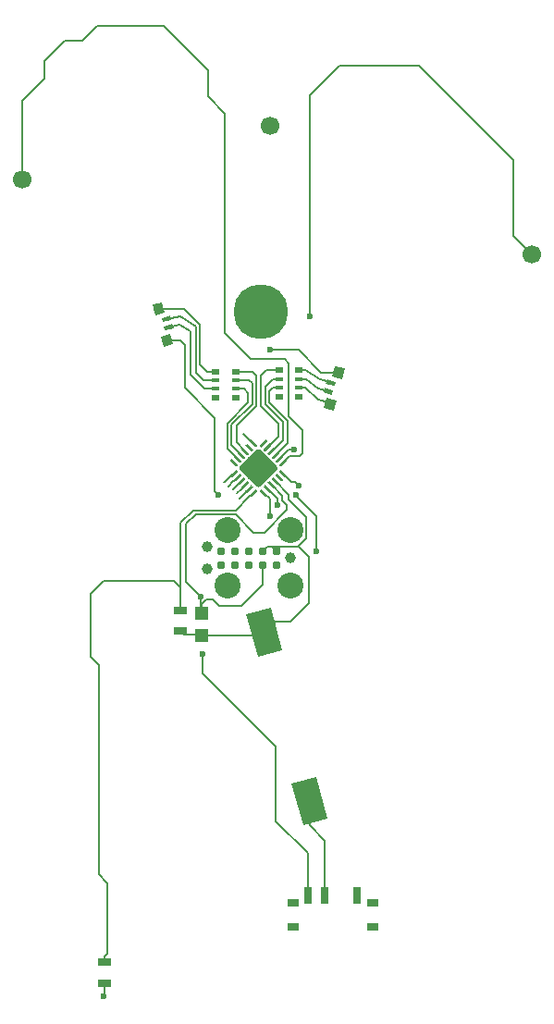
<source format=gbl>
G04 #@! TF.GenerationSoftware,KiCad,Pcbnew,5.1.4-e60b266~84~ubuntu19.04.1*
G04 #@! TF.CreationDate,2019-08-17T12:08:49-07:00*
G04 #@! TF.ProjectId,trevor2,74726576-6f72-4322-9e6b-696361645f70,rev?*
G04 #@! TF.SameCoordinates,Original*
G04 #@! TF.FileFunction,Copper,L2,Bot*
G04 #@! TF.FilePolarity,Positive*
%FSLAX46Y46*%
G04 Gerber Fmt 4.6, Leading zero omitted, Abs format (unit mm)*
G04 Created by KiCad (PCBNEW 5.1.4-e60b266~84~ubuntu19.04.1) date 2019-08-17 12:08:49*
%MOMM*%
%LPD*%
G04 APERTURE LIST*
%ADD10R,0.800000X0.500000*%
%ADD11R,0.800000X0.400000*%
%ADD12R,1.300000X0.700000*%
%ADD13C,0.400000*%
%ADD14C,0.100000*%
%ADD15C,0.900000*%
%ADD16R,1.200000X1.200000*%
%ADD17C,1.700000*%
%ADD18C,2.300000*%
%ADD19C,0.990600*%
%ADD20C,2.375000*%
%ADD21C,0.787400*%
%ADD22C,5.000000*%
%ADD23R,1.000000X0.800000*%
%ADD24R,0.700000X1.500000*%
%ADD25C,0.250000*%
%ADD26C,2.600000*%
%ADD27C,0.600000*%
%ADD28C,0.180000*%
G04 APERTURE END LIST*
D10*
X144750000Y-85000000D03*
D11*
X144750000Y-84200000D03*
D10*
X144750000Y-82600000D03*
D11*
X144750000Y-83400000D03*
D10*
X146550000Y-85000000D03*
D11*
X146550000Y-83400000D03*
X146550000Y-84200000D03*
D10*
X146550000Y-82600000D03*
X152350000Y-82500000D03*
D11*
X152350000Y-83300000D03*
D10*
X152350000Y-84900000D03*
D11*
X152350000Y-84100000D03*
D10*
X150550000Y-82500000D03*
D11*
X150550000Y-84100000D03*
X150550000Y-83300000D03*
D10*
X150550000Y-84900000D03*
D12*
X141500000Y-106349999D03*
X141500000Y-104450001D03*
D13*
X140438194Y-78569902D03*
D14*
G36*
X140000060Y-78480244D02*
G01*
X140772801Y-78273189D01*
X140876328Y-78659560D01*
X140103587Y-78866615D01*
X140000060Y-78480244D01*
X140000060Y-78480244D01*
G37*
D13*
X140231139Y-77797161D03*
D14*
G36*
X139793005Y-77707503D02*
G01*
X140565746Y-77500448D01*
X140669273Y-77886819D01*
X139896532Y-78093874D01*
X139793005Y-77707503D01*
X139793005Y-77707503D01*
G37*
D15*
X140288229Y-79748889D03*
D14*
G36*
X139724153Y-79382395D02*
G01*
X140593486Y-79149458D01*
X140852305Y-80115383D01*
X139982972Y-80348320D01*
X139724153Y-79382395D01*
X139724153Y-79382395D01*
G37*
D15*
X139511771Y-76851111D03*
D14*
G36*
X138947695Y-76484617D02*
G01*
X139817028Y-76251680D01*
X140075847Y-77217605D01*
X139206514Y-77450542D01*
X138947695Y-76484617D01*
X138947695Y-76484617D01*
G37*
D13*
X155268861Y-83647161D03*
D14*
G36*
X155603468Y-83943874D02*
G01*
X154830727Y-83736819D01*
X154934254Y-83350448D01*
X155706995Y-83557503D01*
X155603468Y-83943874D01*
X155603468Y-83943874D01*
G37*
D13*
X155061806Y-84419902D03*
D14*
G36*
X155396413Y-84716615D02*
G01*
X154623672Y-84509560D01*
X154727199Y-84123189D01*
X155499940Y-84330244D01*
X155396413Y-84716615D01*
X155396413Y-84716615D01*
G37*
D15*
X155988229Y-82701111D03*
D14*
G36*
X156293486Y-83300542D02*
G01*
X155424153Y-83067605D01*
X155682972Y-82101680D01*
X156552305Y-82334617D01*
X156293486Y-83300542D01*
X156293486Y-83300542D01*
G37*
D15*
X155211771Y-85598889D03*
D14*
G36*
X155517028Y-86198320D02*
G01*
X154647695Y-85965383D01*
X154906514Y-84999458D01*
X155775847Y-85232395D01*
X155517028Y-86198320D01*
X155517028Y-86198320D01*
G37*
D16*
X143450000Y-104700000D03*
X143450000Y-106800000D03*
D17*
X149750000Y-60100000D03*
X127050000Y-65000000D03*
X173650000Y-71900000D03*
D18*
X153320552Y-121927407D03*
D14*
G36*
X151692099Y-120293197D02*
G01*
X153913729Y-119697913D01*
X154949005Y-123561617D01*
X152727375Y-124156901D01*
X151692099Y-120293197D01*
X151692099Y-120293197D01*
G37*
D18*
X149179448Y-106472593D03*
D14*
G36*
X147550995Y-104838383D02*
G01*
X149772625Y-104243099D01*
X150807901Y-108106803D01*
X148586271Y-108702087D01*
X147550995Y-104838383D01*
X147550995Y-104838383D01*
G37*
D19*
X143940000Y-100716000D03*
X143940000Y-98684000D03*
X151560000Y-99700000D03*
D20*
X145845000Y-97160000D03*
X145845000Y-102240000D03*
X151560000Y-102240000D03*
X151560000Y-97160000D03*
D21*
X150290000Y-99065000D03*
X149020000Y-99065000D03*
X147750000Y-99065000D03*
X146480000Y-99065000D03*
X145210000Y-99065000D03*
X145210000Y-100335000D03*
X146480000Y-100335000D03*
X147750000Y-100335000D03*
X149020000Y-100335000D03*
X150290000Y-100335000D03*
D22*
X148850000Y-77150000D03*
D23*
X159100000Y-131225000D03*
X151800000Y-131225000D03*
X151800000Y-133425000D03*
X159100000Y-133425000D03*
D24*
X153200000Y-130575000D03*
X154700000Y-130575000D03*
X157700000Y-130575000D03*
D12*
X134550000Y-136700001D03*
X134550000Y-138599999D03*
D14*
G36*
X151113322Y-90609983D02*
G01*
X151119389Y-90610883D01*
X151125339Y-90612373D01*
X151131114Y-90614440D01*
X151136658Y-90617062D01*
X151141919Y-90620215D01*
X151146846Y-90623869D01*
X151151390Y-90627988D01*
X151239779Y-90716377D01*
X151243898Y-90720921D01*
X151247552Y-90725848D01*
X151250705Y-90731109D01*
X151253327Y-90736653D01*
X151255394Y-90742428D01*
X151256884Y-90748378D01*
X151257784Y-90754445D01*
X151258085Y-90760571D01*
X151257784Y-90766697D01*
X151256884Y-90772764D01*
X151255394Y-90778714D01*
X151253327Y-90784489D01*
X151250705Y-90790033D01*
X151247552Y-90795294D01*
X151243898Y-90800221D01*
X151239779Y-90804765D01*
X150744804Y-91299740D01*
X150740260Y-91303859D01*
X150735333Y-91307513D01*
X150730072Y-91310666D01*
X150724528Y-91313288D01*
X150718753Y-91315355D01*
X150712803Y-91316845D01*
X150706736Y-91317745D01*
X150700610Y-91318046D01*
X150694484Y-91317745D01*
X150688417Y-91316845D01*
X150682467Y-91315355D01*
X150676692Y-91313288D01*
X150671148Y-91310666D01*
X150665887Y-91307513D01*
X150660960Y-91303859D01*
X150656416Y-91299740D01*
X150568027Y-91211351D01*
X150563908Y-91206807D01*
X150560254Y-91201880D01*
X150557101Y-91196619D01*
X150554479Y-91191075D01*
X150552412Y-91185300D01*
X150550922Y-91179350D01*
X150550022Y-91173283D01*
X150549721Y-91167157D01*
X150550022Y-91161031D01*
X150550922Y-91154964D01*
X150552412Y-91149014D01*
X150554479Y-91143239D01*
X150557101Y-91137695D01*
X150560254Y-91132434D01*
X150563908Y-91127507D01*
X150568027Y-91122963D01*
X151063002Y-90627988D01*
X151067546Y-90623869D01*
X151072473Y-90620215D01*
X151077734Y-90617062D01*
X151083278Y-90614440D01*
X151089053Y-90612373D01*
X151095003Y-90610883D01*
X151101070Y-90609983D01*
X151107196Y-90609682D01*
X151113322Y-90609983D01*
X151113322Y-90609983D01*
G37*
D25*
X150903903Y-90963864D03*
D14*
G36*
X150759768Y-90256430D02*
G01*
X150765835Y-90257330D01*
X150771785Y-90258820D01*
X150777560Y-90260887D01*
X150783104Y-90263509D01*
X150788365Y-90266662D01*
X150793292Y-90270316D01*
X150797836Y-90274435D01*
X150886225Y-90362824D01*
X150890344Y-90367368D01*
X150893998Y-90372295D01*
X150897151Y-90377556D01*
X150899773Y-90383100D01*
X150901840Y-90388875D01*
X150903330Y-90394825D01*
X150904230Y-90400892D01*
X150904531Y-90407018D01*
X150904230Y-90413144D01*
X150903330Y-90419211D01*
X150901840Y-90425161D01*
X150899773Y-90430936D01*
X150897151Y-90436480D01*
X150893998Y-90441741D01*
X150890344Y-90446668D01*
X150886225Y-90451212D01*
X150391250Y-90946187D01*
X150386706Y-90950306D01*
X150381779Y-90953960D01*
X150376518Y-90957113D01*
X150370974Y-90959735D01*
X150365199Y-90961802D01*
X150359249Y-90963292D01*
X150353182Y-90964192D01*
X150347056Y-90964493D01*
X150340930Y-90964192D01*
X150334863Y-90963292D01*
X150328913Y-90961802D01*
X150323138Y-90959735D01*
X150317594Y-90957113D01*
X150312333Y-90953960D01*
X150307406Y-90950306D01*
X150302862Y-90946187D01*
X150214473Y-90857798D01*
X150210354Y-90853254D01*
X150206700Y-90848327D01*
X150203547Y-90843066D01*
X150200925Y-90837522D01*
X150198858Y-90831747D01*
X150197368Y-90825797D01*
X150196468Y-90819730D01*
X150196167Y-90813604D01*
X150196468Y-90807478D01*
X150197368Y-90801411D01*
X150198858Y-90795461D01*
X150200925Y-90789686D01*
X150203547Y-90784142D01*
X150206700Y-90778881D01*
X150210354Y-90773954D01*
X150214473Y-90769410D01*
X150709448Y-90274435D01*
X150713992Y-90270316D01*
X150718919Y-90266662D01*
X150724180Y-90263509D01*
X150729724Y-90260887D01*
X150735499Y-90258820D01*
X150741449Y-90257330D01*
X150747516Y-90256430D01*
X150753642Y-90256129D01*
X150759768Y-90256430D01*
X150759768Y-90256430D01*
G37*
D25*
X150550349Y-90610311D03*
D14*
G36*
X150406215Y-89902876D02*
G01*
X150412282Y-89903776D01*
X150418232Y-89905266D01*
X150424007Y-89907333D01*
X150429551Y-89909955D01*
X150434812Y-89913108D01*
X150439739Y-89916762D01*
X150444283Y-89920881D01*
X150532672Y-90009270D01*
X150536791Y-90013814D01*
X150540445Y-90018741D01*
X150543598Y-90024002D01*
X150546220Y-90029546D01*
X150548287Y-90035321D01*
X150549777Y-90041271D01*
X150550677Y-90047338D01*
X150550978Y-90053464D01*
X150550677Y-90059590D01*
X150549777Y-90065657D01*
X150548287Y-90071607D01*
X150546220Y-90077382D01*
X150543598Y-90082926D01*
X150540445Y-90088187D01*
X150536791Y-90093114D01*
X150532672Y-90097658D01*
X150037697Y-90592633D01*
X150033153Y-90596752D01*
X150028226Y-90600406D01*
X150022965Y-90603559D01*
X150017421Y-90606181D01*
X150011646Y-90608248D01*
X150005696Y-90609738D01*
X149999629Y-90610638D01*
X149993503Y-90610939D01*
X149987377Y-90610638D01*
X149981310Y-90609738D01*
X149975360Y-90608248D01*
X149969585Y-90606181D01*
X149964041Y-90603559D01*
X149958780Y-90600406D01*
X149953853Y-90596752D01*
X149949309Y-90592633D01*
X149860920Y-90504244D01*
X149856801Y-90499700D01*
X149853147Y-90494773D01*
X149849994Y-90489512D01*
X149847372Y-90483968D01*
X149845305Y-90478193D01*
X149843815Y-90472243D01*
X149842915Y-90466176D01*
X149842614Y-90460050D01*
X149842915Y-90453924D01*
X149843815Y-90447857D01*
X149845305Y-90441907D01*
X149847372Y-90436132D01*
X149849994Y-90430588D01*
X149853147Y-90425327D01*
X149856801Y-90420400D01*
X149860920Y-90415856D01*
X150355895Y-89920881D01*
X150360439Y-89916762D01*
X150365366Y-89913108D01*
X150370627Y-89909955D01*
X150376171Y-89907333D01*
X150381946Y-89905266D01*
X150387896Y-89903776D01*
X150393963Y-89902876D01*
X150400089Y-89902575D01*
X150406215Y-89902876D01*
X150406215Y-89902876D01*
G37*
D25*
X150196796Y-90256757D03*
D14*
G36*
X150052662Y-89549323D02*
G01*
X150058729Y-89550223D01*
X150064679Y-89551713D01*
X150070454Y-89553780D01*
X150075998Y-89556402D01*
X150081259Y-89559555D01*
X150086186Y-89563209D01*
X150090730Y-89567328D01*
X150179119Y-89655717D01*
X150183238Y-89660261D01*
X150186892Y-89665188D01*
X150190045Y-89670449D01*
X150192667Y-89675993D01*
X150194734Y-89681768D01*
X150196224Y-89687718D01*
X150197124Y-89693785D01*
X150197425Y-89699911D01*
X150197124Y-89706037D01*
X150196224Y-89712104D01*
X150194734Y-89718054D01*
X150192667Y-89723829D01*
X150190045Y-89729373D01*
X150186892Y-89734634D01*
X150183238Y-89739561D01*
X150179119Y-89744105D01*
X149684144Y-90239080D01*
X149679600Y-90243199D01*
X149674673Y-90246853D01*
X149669412Y-90250006D01*
X149663868Y-90252628D01*
X149658093Y-90254695D01*
X149652143Y-90256185D01*
X149646076Y-90257085D01*
X149639950Y-90257386D01*
X149633824Y-90257085D01*
X149627757Y-90256185D01*
X149621807Y-90254695D01*
X149616032Y-90252628D01*
X149610488Y-90250006D01*
X149605227Y-90246853D01*
X149600300Y-90243199D01*
X149595756Y-90239080D01*
X149507367Y-90150691D01*
X149503248Y-90146147D01*
X149499594Y-90141220D01*
X149496441Y-90135959D01*
X149493819Y-90130415D01*
X149491752Y-90124640D01*
X149490262Y-90118690D01*
X149489362Y-90112623D01*
X149489061Y-90106497D01*
X149489362Y-90100371D01*
X149490262Y-90094304D01*
X149491752Y-90088354D01*
X149493819Y-90082579D01*
X149496441Y-90077035D01*
X149499594Y-90071774D01*
X149503248Y-90066847D01*
X149507367Y-90062303D01*
X150002342Y-89567328D01*
X150006886Y-89563209D01*
X150011813Y-89559555D01*
X150017074Y-89556402D01*
X150022618Y-89553780D01*
X150028393Y-89551713D01*
X150034343Y-89550223D01*
X150040410Y-89549323D01*
X150046536Y-89549022D01*
X150052662Y-89549323D01*
X150052662Y-89549323D01*
G37*
D25*
X149843243Y-89903204D03*
D14*
G36*
X149699108Y-89195770D02*
G01*
X149705175Y-89196670D01*
X149711125Y-89198160D01*
X149716900Y-89200227D01*
X149722444Y-89202849D01*
X149727705Y-89206002D01*
X149732632Y-89209656D01*
X149737176Y-89213775D01*
X149825565Y-89302164D01*
X149829684Y-89306708D01*
X149833338Y-89311635D01*
X149836491Y-89316896D01*
X149839113Y-89322440D01*
X149841180Y-89328215D01*
X149842670Y-89334165D01*
X149843570Y-89340232D01*
X149843871Y-89346358D01*
X149843570Y-89352484D01*
X149842670Y-89358551D01*
X149841180Y-89364501D01*
X149839113Y-89370276D01*
X149836491Y-89375820D01*
X149833338Y-89381081D01*
X149829684Y-89386008D01*
X149825565Y-89390552D01*
X149330590Y-89885527D01*
X149326046Y-89889646D01*
X149321119Y-89893300D01*
X149315858Y-89896453D01*
X149310314Y-89899075D01*
X149304539Y-89901142D01*
X149298589Y-89902632D01*
X149292522Y-89903532D01*
X149286396Y-89903833D01*
X149280270Y-89903532D01*
X149274203Y-89902632D01*
X149268253Y-89901142D01*
X149262478Y-89899075D01*
X149256934Y-89896453D01*
X149251673Y-89893300D01*
X149246746Y-89889646D01*
X149242202Y-89885527D01*
X149153813Y-89797138D01*
X149149694Y-89792594D01*
X149146040Y-89787667D01*
X149142887Y-89782406D01*
X149140265Y-89776862D01*
X149138198Y-89771087D01*
X149136708Y-89765137D01*
X149135808Y-89759070D01*
X149135507Y-89752944D01*
X149135808Y-89746818D01*
X149136708Y-89740751D01*
X149138198Y-89734801D01*
X149140265Y-89729026D01*
X149142887Y-89723482D01*
X149146040Y-89718221D01*
X149149694Y-89713294D01*
X149153813Y-89708750D01*
X149648788Y-89213775D01*
X149653332Y-89209656D01*
X149658259Y-89206002D01*
X149663520Y-89202849D01*
X149669064Y-89200227D01*
X149674839Y-89198160D01*
X149680789Y-89196670D01*
X149686856Y-89195770D01*
X149692982Y-89195469D01*
X149699108Y-89195770D01*
X149699108Y-89195770D01*
G37*
D25*
X149489689Y-89549651D03*
D14*
G36*
X149345555Y-88842216D02*
G01*
X149351622Y-88843116D01*
X149357572Y-88844606D01*
X149363347Y-88846673D01*
X149368891Y-88849295D01*
X149374152Y-88852448D01*
X149379079Y-88856102D01*
X149383623Y-88860221D01*
X149472012Y-88948610D01*
X149476131Y-88953154D01*
X149479785Y-88958081D01*
X149482938Y-88963342D01*
X149485560Y-88968886D01*
X149487627Y-88974661D01*
X149489117Y-88980611D01*
X149490017Y-88986678D01*
X149490318Y-88992804D01*
X149490017Y-88998930D01*
X149489117Y-89004997D01*
X149487627Y-89010947D01*
X149485560Y-89016722D01*
X149482938Y-89022266D01*
X149479785Y-89027527D01*
X149476131Y-89032454D01*
X149472012Y-89036998D01*
X148977037Y-89531973D01*
X148972493Y-89536092D01*
X148967566Y-89539746D01*
X148962305Y-89542899D01*
X148956761Y-89545521D01*
X148950986Y-89547588D01*
X148945036Y-89549078D01*
X148938969Y-89549978D01*
X148932843Y-89550279D01*
X148926717Y-89549978D01*
X148920650Y-89549078D01*
X148914700Y-89547588D01*
X148908925Y-89545521D01*
X148903381Y-89542899D01*
X148898120Y-89539746D01*
X148893193Y-89536092D01*
X148888649Y-89531973D01*
X148800260Y-89443584D01*
X148796141Y-89439040D01*
X148792487Y-89434113D01*
X148789334Y-89428852D01*
X148786712Y-89423308D01*
X148784645Y-89417533D01*
X148783155Y-89411583D01*
X148782255Y-89405516D01*
X148781954Y-89399390D01*
X148782255Y-89393264D01*
X148783155Y-89387197D01*
X148784645Y-89381247D01*
X148786712Y-89375472D01*
X148789334Y-89369928D01*
X148792487Y-89364667D01*
X148796141Y-89359740D01*
X148800260Y-89355196D01*
X149295235Y-88860221D01*
X149299779Y-88856102D01*
X149304706Y-88852448D01*
X149309967Y-88849295D01*
X149315511Y-88846673D01*
X149321286Y-88844606D01*
X149327236Y-88843116D01*
X149333303Y-88842216D01*
X149339429Y-88841915D01*
X149345555Y-88842216D01*
X149345555Y-88842216D01*
G37*
D25*
X149136136Y-89196097D03*
D14*
G36*
X147966697Y-88842216D02*
G01*
X147972764Y-88843116D01*
X147978714Y-88844606D01*
X147984489Y-88846673D01*
X147990033Y-88849295D01*
X147995294Y-88852448D01*
X148000221Y-88856102D01*
X148004765Y-88860221D01*
X148499740Y-89355196D01*
X148503859Y-89359740D01*
X148507513Y-89364667D01*
X148510666Y-89369928D01*
X148513288Y-89375472D01*
X148515355Y-89381247D01*
X148516845Y-89387197D01*
X148517745Y-89393264D01*
X148518046Y-89399390D01*
X148517745Y-89405516D01*
X148516845Y-89411583D01*
X148515355Y-89417533D01*
X148513288Y-89423308D01*
X148510666Y-89428852D01*
X148507513Y-89434113D01*
X148503859Y-89439040D01*
X148499740Y-89443584D01*
X148411351Y-89531973D01*
X148406807Y-89536092D01*
X148401880Y-89539746D01*
X148396619Y-89542899D01*
X148391075Y-89545521D01*
X148385300Y-89547588D01*
X148379350Y-89549078D01*
X148373283Y-89549978D01*
X148367157Y-89550279D01*
X148361031Y-89549978D01*
X148354964Y-89549078D01*
X148349014Y-89547588D01*
X148343239Y-89545521D01*
X148337695Y-89542899D01*
X148332434Y-89539746D01*
X148327507Y-89536092D01*
X148322963Y-89531973D01*
X147827988Y-89036998D01*
X147823869Y-89032454D01*
X147820215Y-89027527D01*
X147817062Y-89022266D01*
X147814440Y-89016722D01*
X147812373Y-89010947D01*
X147810883Y-89004997D01*
X147809983Y-88998930D01*
X147809682Y-88992804D01*
X147809983Y-88986678D01*
X147810883Y-88980611D01*
X147812373Y-88974661D01*
X147814440Y-88968886D01*
X147817062Y-88963342D01*
X147820215Y-88958081D01*
X147823869Y-88953154D01*
X147827988Y-88948610D01*
X147916377Y-88860221D01*
X147920921Y-88856102D01*
X147925848Y-88852448D01*
X147931109Y-88849295D01*
X147936653Y-88846673D01*
X147942428Y-88844606D01*
X147948378Y-88843116D01*
X147954445Y-88842216D01*
X147960571Y-88841915D01*
X147966697Y-88842216D01*
X147966697Y-88842216D01*
G37*
D25*
X148163864Y-89196097D03*
D14*
G36*
X147613144Y-89195770D02*
G01*
X147619211Y-89196670D01*
X147625161Y-89198160D01*
X147630936Y-89200227D01*
X147636480Y-89202849D01*
X147641741Y-89206002D01*
X147646668Y-89209656D01*
X147651212Y-89213775D01*
X148146187Y-89708750D01*
X148150306Y-89713294D01*
X148153960Y-89718221D01*
X148157113Y-89723482D01*
X148159735Y-89729026D01*
X148161802Y-89734801D01*
X148163292Y-89740751D01*
X148164192Y-89746818D01*
X148164493Y-89752944D01*
X148164192Y-89759070D01*
X148163292Y-89765137D01*
X148161802Y-89771087D01*
X148159735Y-89776862D01*
X148157113Y-89782406D01*
X148153960Y-89787667D01*
X148150306Y-89792594D01*
X148146187Y-89797138D01*
X148057798Y-89885527D01*
X148053254Y-89889646D01*
X148048327Y-89893300D01*
X148043066Y-89896453D01*
X148037522Y-89899075D01*
X148031747Y-89901142D01*
X148025797Y-89902632D01*
X148019730Y-89903532D01*
X148013604Y-89903833D01*
X148007478Y-89903532D01*
X148001411Y-89902632D01*
X147995461Y-89901142D01*
X147989686Y-89899075D01*
X147984142Y-89896453D01*
X147978881Y-89893300D01*
X147973954Y-89889646D01*
X147969410Y-89885527D01*
X147474435Y-89390552D01*
X147470316Y-89386008D01*
X147466662Y-89381081D01*
X147463509Y-89375820D01*
X147460887Y-89370276D01*
X147458820Y-89364501D01*
X147457330Y-89358551D01*
X147456430Y-89352484D01*
X147456129Y-89346358D01*
X147456430Y-89340232D01*
X147457330Y-89334165D01*
X147458820Y-89328215D01*
X147460887Y-89322440D01*
X147463509Y-89316896D01*
X147466662Y-89311635D01*
X147470316Y-89306708D01*
X147474435Y-89302164D01*
X147562824Y-89213775D01*
X147567368Y-89209656D01*
X147572295Y-89206002D01*
X147577556Y-89202849D01*
X147583100Y-89200227D01*
X147588875Y-89198160D01*
X147594825Y-89196670D01*
X147600892Y-89195770D01*
X147607018Y-89195469D01*
X147613144Y-89195770D01*
X147613144Y-89195770D01*
G37*
D25*
X147810311Y-89549651D03*
D14*
G36*
X147259590Y-89549323D02*
G01*
X147265657Y-89550223D01*
X147271607Y-89551713D01*
X147277382Y-89553780D01*
X147282926Y-89556402D01*
X147288187Y-89559555D01*
X147293114Y-89563209D01*
X147297658Y-89567328D01*
X147792633Y-90062303D01*
X147796752Y-90066847D01*
X147800406Y-90071774D01*
X147803559Y-90077035D01*
X147806181Y-90082579D01*
X147808248Y-90088354D01*
X147809738Y-90094304D01*
X147810638Y-90100371D01*
X147810939Y-90106497D01*
X147810638Y-90112623D01*
X147809738Y-90118690D01*
X147808248Y-90124640D01*
X147806181Y-90130415D01*
X147803559Y-90135959D01*
X147800406Y-90141220D01*
X147796752Y-90146147D01*
X147792633Y-90150691D01*
X147704244Y-90239080D01*
X147699700Y-90243199D01*
X147694773Y-90246853D01*
X147689512Y-90250006D01*
X147683968Y-90252628D01*
X147678193Y-90254695D01*
X147672243Y-90256185D01*
X147666176Y-90257085D01*
X147660050Y-90257386D01*
X147653924Y-90257085D01*
X147647857Y-90256185D01*
X147641907Y-90254695D01*
X147636132Y-90252628D01*
X147630588Y-90250006D01*
X147625327Y-90246853D01*
X147620400Y-90243199D01*
X147615856Y-90239080D01*
X147120881Y-89744105D01*
X147116762Y-89739561D01*
X147113108Y-89734634D01*
X147109955Y-89729373D01*
X147107333Y-89723829D01*
X147105266Y-89718054D01*
X147103776Y-89712104D01*
X147102876Y-89706037D01*
X147102575Y-89699911D01*
X147102876Y-89693785D01*
X147103776Y-89687718D01*
X147105266Y-89681768D01*
X147107333Y-89675993D01*
X147109955Y-89670449D01*
X147113108Y-89665188D01*
X147116762Y-89660261D01*
X147120881Y-89655717D01*
X147209270Y-89567328D01*
X147213814Y-89563209D01*
X147218741Y-89559555D01*
X147224002Y-89556402D01*
X147229546Y-89553780D01*
X147235321Y-89551713D01*
X147241271Y-89550223D01*
X147247338Y-89549323D01*
X147253464Y-89549022D01*
X147259590Y-89549323D01*
X147259590Y-89549323D01*
G37*
D25*
X147456757Y-89903204D03*
D14*
G36*
X146906037Y-89902876D02*
G01*
X146912104Y-89903776D01*
X146918054Y-89905266D01*
X146923829Y-89907333D01*
X146929373Y-89909955D01*
X146934634Y-89913108D01*
X146939561Y-89916762D01*
X146944105Y-89920881D01*
X147439080Y-90415856D01*
X147443199Y-90420400D01*
X147446853Y-90425327D01*
X147450006Y-90430588D01*
X147452628Y-90436132D01*
X147454695Y-90441907D01*
X147456185Y-90447857D01*
X147457085Y-90453924D01*
X147457386Y-90460050D01*
X147457085Y-90466176D01*
X147456185Y-90472243D01*
X147454695Y-90478193D01*
X147452628Y-90483968D01*
X147450006Y-90489512D01*
X147446853Y-90494773D01*
X147443199Y-90499700D01*
X147439080Y-90504244D01*
X147350691Y-90592633D01*
X147346147Y-90596752D01*
X147341220Y-90600406D01*
X147335959Y-90603559D01*
X147330415Y-90606181D01*
X147324640Y-90608248D01*
X147318690Y-90609738D01*
X147312623Y-90610638D01*
X147306497Y-90610939D01*
X147300371Y-90610638D01*
X147294304Y-90609738D01*
X147288354Y-90608248D01*
X147282579Y-90606181D01*
X147277035Y-90603559D01*
X147271774Y-90600406D01*
X147266847Y-90596752D01*
X147262303Y-90592633D01*
X146767328Y-90097658D01*
X146763209Y-90093114D01*
X146759555Y-90088187D01*
X146756402Y-90082926D01*
X146753780Y-90077382D01*
X146751713Y-90071607D01*
X146750223Y-90065657D01*
X146749323Y-90059590D01*
X146749022Y-90053464D01*
X146749323Y-90047338D01*
X146750223Y-90041271D01*
X146751713Y-90035321D01*
X146753780Y-90029546D01*
X146756402Y-90024002D01*
X146759555Y-90018741D01*
X146763209Y-90013814D01*
X146767328Y-90009270D01*
X146855717Y-89920881D01*
X146860261Y-89916762D01*
X146865188Y-89913108D01*
X146870449Y-89909955D01*
X146875993Y-89907333D01*
X146881768Y-89905266D01*
X146887718Y-89903776D01*
X146893785Y-89902876D01*
X146899911Y-89902575D01*
X146906037Y-89902876D01*
X146906037Y-89902876D01*
G37*
D25*
X147103204Y-90256757D03*
D14*
G36*
X146552484Y-90256430D02*
G01*
X146558551Y-90257330D01*
X146564501Y-90258820D01*
X146570276Y-90260887D01*
X146575820Y-90263509D01*
X146581081Y-90266662D01*
X146586008Y-90270316D01*
X146590552Y-90274435D01*
X147085527Y-90769410D01*
X147089646Y-90773954D01*
X147093300Y-90778881D01*
X147096453Y-90784142D01*
X147099075Y-90789686D01*
X147101142Y-90795461D01*
X147102632Y-90801411D01*
X147103532Y-90807478D01*
X147103833Y-90813604D01*
X147103532Y-90819730D01*
X147102632Y-90825797D01*
X147101142Y-90831747D01*
X147099075Y-90837522D01*
X147096453Y-90843066D01*
X147093300Y-90848327D01*
X147089646Y-90853254D01*
X147085527Y-90857798D01*
X146997138Y-90946187D01*
X146992594Y-90950306D01*
X146987667Y-90953960D01*
X146982406Y-90957113D01*
X146976862Y-90959735D01*
X146971087Y-90961802D01*
X146965137Y-90963292D01*
X146959070Y-90964192D01*
X146952944Y-90964493D01*
X146946818Y-90964192D01*
X146940751Y-90963292D01*
X146934801Y-90961802D01*
X146929026Y-90959735D01*
X146923482Y-90957113D01*
X146918221Y-90953960D01*
X146913294Y-90950306D01*
X146908750Y-90946187D01*
X146413775Y-90451212D01*
X146409656Y-90446668D01*
X146406002Y-90441741D01*
X146402849Y-90436480D01*
X146400227Y-90430936D01*
X146398160Y-90425161D01*
X146396670Y-90419211D01*
X146395770Y-90413144D01*
X146395469Y-90407018D01*
X146395770Y-90400892D01*
X146396670Y-90394825D01*
X146398160Y-90388875D01*
X146400227Y-90383100D01*
X146402849Y-90377556D01*
X146406002Y-90372295D01*
X146409656Y-90367368D01*
X146413775Y-90362824D01*
X146502164Y-90274435D01*
X146506708Y-90270316D01*
X146511635Y-90266662D01*
X146516896Y-90263509D01*
X146522440Y-90260887D01*
X146528215Y-90258820D01*
X146534165Y-90257330D01*
X146540232Y-90256430D01*
X146546358Y-90256129D01*
X146552484Y-90256430D01*
X146552484Y-90256430D01*
G37*
D25*
X146749651Y-90610311D03*
D14*
G36*
X146198930Y-90609983D02*
G01*
X146204997Y-90610883D01*
X146210947Y-90612373D01*
X146216722Y-90614440D01*
X146222266Y-90617062D01*
X146227527Y-90620215D01*
X146232454Y-90623869D01*
X146236998Y-90627988D01*
X146731973Y-91122963D01*
X146736092Y-91127507D01*
X146739746Y-91132434D01*
X146742899Y-91137695D01*
X146745521Y-91143239D01*
X146747588Y-91149014D01*
X146749078Y-91154964D01*
X146749978Y-91161031D01*
X146750279Y-91167157D01*
X146749978Y-91173283D01*
X146749078Y-91179350D01*
X146747588Y-91185300D01*
X146745521Y-91191075D01*
X146742899Y-91196619D01*
X146739746Y-91201880D01*
X146736092Y-91206807D01*
X146731973Y-91211351D01*
X146643584Y-91299740D01*
X146639040Y-91303859D01*
X146634113Y-91307513D01*
X146628852Y-91310666D01*
X146623308Y-91313288D01*
X146617533Y-91315355D01*
X146611583Y-91316845D01*
X146605516Y-91317745D01*
X146599390Y-91318046D01*
X146593264Y-91317745D01*
X146587197Y-91316845D01*
X146581247Y-91315355D01*
X146575472Y-91313288D01*
X146569928Y-91310666D01*
X146564667Y-91307513D01*
X146559740Y-91303859D01*
X146555196Y-91299740D01*
X146060221Y-90804765D01*
X146056102Y-90800221D01*
X146052448Y-90795294D01*
X146049295Y-90790033D01*
X146046673Y-90784489D01*
X146044606Y-90778714D01*
X146043116Y-90772764D01*
X146042216Y-90766697D01*
X146041915Y-90760571D01*
X146042216Y-90754445D01*
X146043116Y-90748378D01*
X146044606Y-90742428D01*
X146046673Y-90736653D01*
X146049295Y-90731109D01*
X146052448Y-90725848D01*
X146056102Y-90720921D01*
X146060221Y-90716377D01*
X146148610Y-90627988D01*
X146153154Y-90623869D01*
X146158081Y-90620215D01*
X146163342Y-90617062D01*
X146168886Y-90614440D01*
X146174661Y-90612373D01*
X146180611Y-90610883D01*
X146186678Y-90609983D01*
X146192804Y-90609682D01*
X146198930Y-90609983D01*
X146198930Y-90609983D01*
G37*
D25*
X146396097Y-90963864D03*
D14*
G36*
X146605516Y-91582255D02*
G01*
X146611583Y-91583155D01*
X146617533Y-91584645D01*
X146623308Y-91586712D01*
X146628852Y-91589334D01*
X146634113Y-91592487D01*
X146639040Y-91596141D01*
X146643584Y-91600260D01*
X146731973Y-91688649D01*
X146736092Y-91693193D01*
X146739746Y-91698120D01*
X146742899Y-91703381D01*
X146745521Y-91708925D01*
X146747588Y-91714700D01*
X146749078Y-91720650D01*
X146749978Y-91726717D01*
X146750279Y-91732843D01*
X146749978Y-91738969D01*
X146749078Y-91745036D01*
X146747588Y-91750986D01*
X146745521Y-91756761D01*
X146742899Y-91762305D01*
X146739746Y-91767566D01*
X146736092Y-91772493D01*
X146731973Y-91777037D01*
X146236998Y-92272012D01*
X146232454Y-92276131D01*
X146227527Y-92279785D01*
X146222266Y-92282938D01*
X146216722Y-92285560D01*
X146210947Y-92287627D01*
X146204997Y-92289117D01*
X146198930Y-92290017D01*
X146192804Y-92290318D01*
X146186678Y-92290017D01*
X146180611Y-92289117D01*
X146174661Y-92287627D01*
X146168886Y-92285560D01*
X146163342Y-92282938D01*
X146158081Y-92279785D01*
X146153154Y-92276131D01*
X146148610Y-92272012D01*
X146060221Y-92183623D01*
X146056102Y-92179079D01*
X146052448Y-92174152D01*
X146049295Y-92168891D01*
X146046673Y-92163347D01*
X146044606Y-92157572D01*
X146043116Y-92151622D01*
X146042216Y-92145555D01*
X146041915Y-92139429D01*
X146042216Y-92133303D01*
X146043116Y-92127236D01*
X146044606Y-92121286D01*
X146046673Y-92115511D01*
X146049295Y-92109967D01*
X146052448Y-92104706D01*
X146056102Y-92099779D01*
X146060221Y-92095235D01*
X146555196Y-91600260D01*
X146559740Y-91596141D01*
X146564667Y-91592487D01*
X146569928Y-91589334D01*
X146575472Y-91586712D01*
X146581247Y-91584645D01*
X146587197Y-91583155D01*
X146593264Y-91582255D01*
X146599390Y-91581954D01*
X146605516Y-91582255D01*
X146605516Y-91582255D01*
G37*
D25*
X146396097Y-91936136D03*
D14*
G36*
X146959070Y-91935808D02*
G01*
X146965137Y-91936708D01*
X146971087Y-91938198D01*
X146976862Y-91940265D01*
X146982406Y-91942887D01*
X146987667Y-91946040D01*
X146992594Y-91949694D01*
X146997138Y-91953813D01*
X147085527Y-92042202D01*
X147089646Y-92046746D01*
X147093300Y-92051673D01*
X147096453Y-92056934D01*
X147099075Y-92062478D01*
X147101142Y-92068253D01*
X147102632Y-92074203D01*
X147103532Y-92080270D01*
X147103833Y-92086396D01*
X147103532Y-92092522D01*
X147102632Y-92098589D01*
X147101142Y-92104539D01*
X147099075Y-92110314D01*
X147096453Y-92115858D01*
X147093300Y-92121119D01*
X147089646Y-92126046D01*
X147085527Y-92130590D01*
X146590552Y-92625565D01*
X146586008Y-92629684D01*
X146581081Y-92633338D01*
X146575820Y-92636491D01*
X146570276Y-92639113D01*
X146564501Y-92641180D01*
X146558551Y-92642670D01*
X146552484Y-92643570D01*
X146546358Y-92643871D01*
X146540232Y-92643570D01*
X146534165Y-92642670D01*
X146528215Y-92641180D01*
X146522440Y-92639113D01*
X146516896Y-92636491D01*
X146511635Y-92633338D01*
X146506708Y-92629684D01*
X146502164Y-92625565D01*
X146413775Y-92537176D01*
X146409656Y-92532632D01*
X146406002Y-92527705D01*
X146402849Y-92522444D01*
X146400227Y-92516900D01*
X146398160Y-92511125D01*
X146396670Y-92505175D01*
X146395770Y-92499108D01*
X146395469Y-92492982D01*
X146395770Y-92486856D01*
X146396670Y-92480789D01*
X146398160Y-92474839D01*
X146400227Y-92469064D01*
X146402849Y-92463520D01*
X146406002Y-92458259D01*
X146409656Y-92453332D01*
X146413775Y-92448788D01*
X146908750Y-91953813D01*
X146913294Y-91949694D01*
X146918221Y-91946040D01*
X146923482Y-91942887D01*
X146929026Y-91940265D01*
X146934801Y-91938198D01*
X146940751Y-91936708D01*
X146946818Y-91935808D01*
X146952944Y-91935507D01*
X146959070Y-91935808D01*
X146959070Y-91935808D01*
G37*
D25*
X146749651Y-92289689D03*
D14*
G36*
X147312623Y-92289362D02*
G01*
X147318690Y-92290262D01*
X147324640Y-92291752D01*
X147330415Y-92293819D01*
X147335959Y-92296441D01*
X147341220Y-92299594D01*
X147346147Y-92303248D01*
X147350691Y-92307367D01*
X147439080Y-92395756D01*
X147443199Y-92400300D01*
X147446853Y-92405227D01*
X147450006Y-92410488D01*
X147452628Y-92416032D01*
X147454695Y-92421807D01*
X147456185Y-92427757D01*
X147457085Y-92433824D01*
X147457386Y-92439950D01*
X147457085Y-92446076D01*
X147456185Y-92452143D01*
X147454695Y-92458093D01*
X147452628Y-92463868D01*
X147450006Y-92469412D01*
X147446853Y-92474673D01*
X147443199Y-92479600D01*
X147439080Y-92484144D01*
X146944105Y-92979119D01*
X146939561Y-92983238D01*
X146934634Y-92986892D01*
X146929373Y-92990045D01*
X146923829Y-92992667D01*
X146918054Y-92994734D01*
X146912104Y-92996224D01*
X146906037Y-92997124D01*
X146899911Y-92997425D01*
X146893785Y-92997124D01*
X146887718Y-92996224D01*
X146881768Y-92994734D01*
X146875993Y-92992667D01*
X146870449Y-92990045D01*
X146865188Y-92986892D01*
X146860261Y-92983238D01*
X146855717Y-92979119D01*
X146767328Y-92890730D01*
X146763209Y-92886186D01*
X146759555Y-92881259D01*
X146756402Y-92875998D01*
X146753780Y-92870454D01*
X146751713Y-92864679D01*
X146750223Y-92858729D01*
X146749323Y-92852662D01*
X146749022Y-92846536D01*
X146749323Y-92840410D01*
X146750223Y-92834343D01*
X146751713Y-92828393D01*
X146753780Y-92822618D01*
X146756402Y-92817074D01*
X146759555Y-92811813D01*
X146763209Y-92806886D01*
X146767328Y-92802342D01*
X147262303Y-92307367D01*
X147266847Y-92303248D01*
X147271774Y-92299594D01*
X147277035Y-92296441D01*
X147282579Y-92293819D01*
X147288354Y-92291752D01*
X147294304Y-92290262D01*
X147300371Y-92289362D01*
X147306497Y-92289061D01*
X147312623Y-92289362D01*
X147312623Y-92289362D01*
G37*
D25*
X147103204Y-92643243D03*
D14*
G36*
X147666176Y-92642915D02*
G01*
X147672243Y-92643815D01*
X147678193Y-92645305D01*
X147683968Y-92647372D01*
X147689512Y-92649994D01*
X147694773Y-92653147D01*
X147699700Y-92656801D01*
X147704244Y-92660920D01*
X147792633Y-92749309D01*
X147796752Y-92753853D01*
X147800406Y-92758780D01*
X147803559Y-92764041D01*
X147806181Y-92769585D01*
X147808248Y-92775360D01*
X147809738Y-92781310D01*
X147810638Y-92787377D01*
X147810939Y-92793503D01*
X147810638Y-92799629D01*
X147809738Y-92805696D01*
X147808248Y-92811646D01*
X147806181Y-92817421D01*
X147803559Y-92822965D01*
X147800406Y-92828226D01*
X147796752Y-92833153D01*
X147792633Y-92837697D01*
X147297658Y-93332672D01*
X147293114Y-93336791D01*
X147288187Y-93340445D01*
X147282926Y-93343598D01*
X147277382Y-93346220D01*
X147271607Y-93348287D01*
X147265657Y-93349777D01*
X147259590Y-93350677D01*
X147253464Y-93350978D01*
X147247338Y-93350677D01*
X147241271Y-93349777D01*
X147235321Y-93348287D01*
X147229546Y-93346220D01*
X147224002Y-93343598D01*
X147218741Y-93340445D01*
X147213814Y-93336791D01*
X147209270Y-93332672D01*
X147120881Y-93244283D01*
X147116762Y-93239739D01*
X147113108Y-93234812D01*
X147109955Y-93229551D01*
X147107333Y-93224007D01*
X147105266Y-93218232D01*
X147103776Y-93212282D01*
X147102876Y-93206215D01*
X147102575Y-93200089D01*
X147102876Y-93193963D01*
X147103776Y-93187896D01*
X147105266Y-93181946D01*
X147107333Y-93176171D01*
X147109955Y-93170627D01*
X147113108Y-93165366D01*
X147116762Y-93160439D01*
X147120881Y-93155895D01*
X147615856Y-92660920D01*
X147620400Y-92656801D01*
X147625327Y-92653147D01*
X147630588Y-92649994D01*
X147636132Y-92647372D01*
X147641907Y-92645305D01*
X147647857Y-92643815D01*
X147653924Y-92642915D01*
X147660050Y-92642614D01*
X147666176Y-92642915D01*
X147666176Y-92642915D01*
G37*
D25*
X147456757Y-92996796D03*
D14*
G36*
X148019730Y-92996468D02*
G01*
X148025797Y-92997368D01*
X148031747Y-92998858D01*
X148037522Y-93000925D01*
X148043066Y-93003547D01*
X148048327Y-93006700D01*
X148053254Y-93010354D01*
X148057798Y-93014473D01*
X148146187Y-93102862D01*
X148150306Y-93107406D01*
X148153960Y-93112333D01*
X148157113Y-93117594D01*
X148159735Y-93123138D01*
X148161802Y-93128913D01*
X148163292Y-93134863D01*
X148164192Y-93140930D01*
X148164493Y-93147056D01*
X148164192Y-93153182D01*
X148163292Y-93159249D01*
X148161802Y-93165199D01*
X148159735Y-93170974D01*
X148157113Y-93176518D01*
X148153960Y-93181779D01*
X148150306Y-93186706D01*
X148146187Y-93191250D01*
X147651212Y-93686225D01*
X147646668Y-93690344D01*
X147641741Y-93693998D01*
X147636480Y-93697151D01*
X147630936Y-93699773D01*
X147625161Y-93701840D01*
X147619211Y-93703330D01*
X147613144Y-93704230D01*
X147607018Y-93704531D01*
X147600892Y-93704230D01*
X147594825Y-93703330D01*
X147588875Y-93701840D01*
X147583100Y-93699773D01*
X147577556Y-93697151D01*
X147572295Y-93693998D01*
X147567368Y-93690344D01*
X147562824Y-93686225D01*
X147474435Y-93597836D01*
X147470316Y-93593292D01*
X147466662Y-93588365D01*
X147463509Y-93583104D01*
X147460887Y-93577560D01*
X147458820Y-93571785D01*
X147457330Y-93565835D01*
X147456430Y-93559768D01*
X147456129Y-93553642D01*
X147456430Y-93547516D01*
X147457330Y-93541449D01*
X147458820Y-93535499D01*
X147460887Y-93529724D01*
X147463509Y-93524180D01*
X147466662Y-93518919D01*
X147470316Y-93513992D01*
X147474435Y-93509448D01*
X147969410Y-93014473D01*
X147973954Y-93010354D01*
X147978881Y-93006700D01*
X147984142Y-93003547D01*
X147989686Y-93000925D01*
X147995461Y-92998858D01*
X148001411Y-92997368D01*
X148007478Y-92996468D01*
X148013604Y-92996167D01*
X148019730Y-92996468D01*
X148019730Y-92996468D01*
G37*
D25*
X147810311Y-93350349D03*
D14*
G36*
X148373283Y-93350022D02*
G01*
X148379350Y-93350922D01*
X148385300Y-93352412D01*
X148391075Y-93354479D01*
X148396619Y-93357101D01*
X148401880Y-93360254D01*
X148406807Y-93363908D01*
X148411351Y-93368027D01*
X148499740Y-93456416D01*
X148503859Y-93460960D01*
X148507513Y-93465887D01*
X148510666Y-93471148D01*
X148513288Y-93476692D01*
X148515355Y-93482467D01*
X148516845Y-93488417D01*
X148517745Y-93494484D01*
X148518046Y-93500610D01*
X148517745Y-93506736D01*
X148516845Y-93512803D01*
X148515355Y-93518753D01*
X148513288Y-93524528D01*
X148510666Y-93530072D01*
X148507513Y-93535333D01*
X148503859Y-93540260D01*
X148499740Y-93544804D01*
X148004765Y-94039779D01*
X148000221Y-94043898D01*
X147995294Y-94047552D01*
X147990033Y-94050705D01*
X147984489Y-94053327D01*
X147978714Y-94055394D01*
X147972764Y-94056884D01*
X147966697Y-94057784D01*
X147960571Y-94058085D01*
X147954445Y-94057784D01*
X147948378Y-94056884D01*
X147942428Y-94055394D01*
X147936653Y-94053327D01*
X147931109Y-94050705D01*
X147925848Y-94047552D01*
X147920921Y-94043898D01*
X147916377Y-94039779D01*
X147827988Y-93951390D01*
X147823869Y-93946846D01*
X147820215Y-93941919D01*
X147817062Y-93936658D01*
X147814440Y-93931114D01*
X147812373Y-93925339D01*
X147810883Y-93919389D01*
X147809983Y-93913322D01*
X147809682Y-93907196D01*
X147809983Y-93901070D01*
X147810883Y-93895003D01*
X147812373Y-93889053D01*
X147814440Y-93883278D01*
X147817062Y-93877734D01*
X147820215Y-93872473D01*
X147823869Y-93867546D01*
X147827988Y-93863002D01*
X148322963Y-93368027D01*
X148327507Y-93363908D01*
X148332434Y-93360254D01*
X148337695Y-93357101D01*
X148343239Y-93354479D01*
X148349014Y-93352412D01*
X148354964Y-93350922D01*
X148361031Y-93350022D01*
X148367157Y-93349721D01*
X148373283Y-93350022D01*
X148373283Y-93350022D01*
G37*
D25*
X148163864Y-93703903D03*
D14*
G36*
X148938969Y-93350022D02*
G01*
X148945036Y-93350922D01*
X148950986Y-93352412D01*
X148956761Y-93354479D01*
X148962305Y-93357101D01*
X148967566Y-93360254D01*
X148972493Y-93363908D01*
X148977037Y-93368027D01*
X149472012Y-93863002D01*
X149476131Y-93867546D01*
X149479785Y-93872473D01*
X149482938Y-93877734D01*
X149485560Y-93883278D01*
X149487627Y-93889053D01*
X149489117Y-93895003D01*
X149490017Y-93901070D01*
X149490318Y-93907196D01*
X149490017Y-93913322D01*
X149489117Y-93919389D01*
X149487627Y-93925339D01*
X149485560Y-93931114D01*
X149482938Y-93936658D01*
X149479785Y-93941919D01*
X149476131Y-93946846D01*
X149472012Y-93951390D01*
X149383623Y-94039779D01*
X149379079Y-94043898D01*
X149374152Y-94047552D01*
X149368891Y-94050705D01*
X149363347Y-94053327D01*
X149357572Y-94055394D01*
X149351622Y-94056884D01*
X149345555Y-94057784D01*
X149339429Y-94058085D01*
X149333303Y-94057784D01*
X149327236Y-94056884D01*
X149321286Y-94055394D01*
X149315511Y-94053327D01*
X149309967Y-94050705D01*
X149304706Y-94047552D01*
X149299779Y-94043898D01*
X149295235Y-94039779D01*
X148800260Y-93544804D01*
X148796141Y-93540260D01*
X148792487Y-93535333D01*
X148789334Y-93530072D01*
X148786712Y-93524528D01*
X148784645Y-93518753D01*
X148783155Y-93512803D01*
X148782255Y-93506736D01*
X148781954Y-93500610D01*
X148782255Y-93494484D01*
X148783155Y-93488417D01*
X148784645Y-93482467D01*
X148786712Y-93476692D01*
X148789334Y-93471148D01*
X148792487Y-93465887D01*
X148796141Y-93460960D01*
X148800260Y-93456416D01*
X148888649Y-93368027D01*
X148893193Y-93363908D01*
X148898120Y-93360254D01*
X148903381Y-93357101D01*
X148908925Y-93354479D01*
X148914700Y-93352412D01*
X148920650Y-93350922D01*
X148926717Y-93350022D01*
X148932843Y-93349721D01*
X148938969Y-93350022D01*
X148938969Y-93350022D01*
G37*
D25*
X149136136Y-93703903D03*
D14*
G36*
X149292522Y-92996468D02*
G01*
X149298589Y-92997368D01*
X149304539Y-92998858D01*
X149310314Y-93000925D01*
X149315858Y-93003547D01*
X149321119Y-93006700D01*
X149326046Y-93010354D01*
X149330590Y-93014473D01*
X149825565Y-93509448D01*
X149829684Y-93513992D01*
X149833338Y-93518919D01*
X149836491Y-93524180D01*
X149839113Y-93529724D01*
X149841180Y-93535499D01*
X149842670Y-93541449D01*
X149843570Y-93547516D01*
X149843871Y-93553642D01*
X149843570Y-93559768D01*
X149842670Y-93565835D01*
X149841180Y-93571785D01*
X149839113Y-93577560D01*
X149836491Y-93583104D01*
X149833338Y-93588365D01*
X149829684Y-93593292D01*
X149825565Y-93597836D01*
X149737176Y-93686225D01*
X149732632Y-93690344D01*
X149727705Y-93693998D01*
X149722444Y-93697151D01*
X149716900Y-93699773D01*
X149711125Y-93701840D01*
X149705175Y-93703330D01*
X149699108Y-93704230D01*
X149692982Y-93704531D01*
X149686856Y-93704230D01*
X149680789Y-93703330D01*
X149674839Y-93701840D01*
X149669064Y-93699773D01*
X149663520Y-93697151D01*
X149658259Y-93693998D01*
X149653332Y-93690344D01*
X149648788Y-93686225D01*
X149153813Y-93191250D01*
X149149694Y-93186706D01*
X149146040Y-93181779D01*
X149142887Y-93176518D01*
X149140265Y-93170974D01*
X149138198Y-93165199D01*
X149136708Y-93159249D01*
X149135808Y-93153182D01*
X149135507Y-93147056D01*
X149135808Y-93140930D01*
X149136708Y-93134863D01*
X149138198Y-93128913D01*
X149140265Y-93123138D01*
X149142887Y-93117594D01*
X149146040Y-93112333D01*
X149149694Y-93107406D01*
X149153813Y-93102862D01*
X149242202Y-93014473D01*
X149246746Y-93010354D01*
X149251673Y-93006700D01*
X149256934Y-93003547D01*
X149262478Y-93000925D01*
X149268253Y-92998858D01*
X149274203Y-92997368D01*
X149280270Y-92996468D01*
X149286396Y-92996167D01*
X149292522Y-92996468D01*
X149292522Y-92996468D01*
G37*
D25*
X149489689Y-93350349D03*
D14*
G36*
X149646076Y-92642915D02*
G01*
X149652143Y-92643815D01*
X149658093Y-92645305D01*
X149663868Y-92647372D01*
X149669412Y-92649994D01*
X149674673Y-92653147D01*
X149679600Y-92656801D01*
X149684144Y-92660920D01*
X150179119Y-93155895D01*
X150183238Y-93160439D01*
X150186892Y-93165366D01*
X150190045Y-93170627D01*
X150192667Y-93176171D01*
X150194734Y-93181946D01*
X150196224Y-93187896D01*
X150197124Y-93193963D01*
X150197425Y-93200089D01*
X150197124Y-93206215D01*
X150196224Y-93212282D01*
X150194734Y-93218232D01*
X150192667Y-93224007D01*
X150190045Y-93229551D01*
X150186892Y-93234812D01*
X150183238Y-93239739D01*
X150179119Y-93244283D01*
X150090730Y-93332672D01*
X150086186Y-93336791D01*
X150081259Y-93340445D01*
X150075998Y-93343598D01*
X150070454Y-93346220D01*
X150064679Y-93348287D01*
X150058729Y-93349777D01*
X150052662Y-93350677D01*
X150046536Y-93350978D01*
X150040410Y-93350677D01*
X150034343Y-93349777D01*
X150028393Y-93348287D01*
X150022618Y-93346220D01*
X150017074Y-93343598D01*
X150011813Y-93340445D01*
X150006886Y-93336791D01*
X150002342Y-93332672D01*
X149507367Y-92837697D01*
X149503248Y-92833153D01*
X149499594Y-92828226D01*
X149496441Y-92822965D01*
X149493819Y-92817421D01*
X149491752Y-92811646D01*
X149490262Y-92805696D01*
X149489362Y-92799629D01*
X149489061Y-92793503D01*
X149489362Y-92787377D01*
X149490262Y-92781310D01*
X149491752Y-92775360D01*
X149493819Y-92769585D01*
X149496441Y-92764041D01*
X149499594Y-92758780D01*
X149503248Y-92753853D01*
X149507367Y-92749309D01*
X149595756Y-92660920D01*
X149600300Y-92656801D01*
X149605227Y-92653147D01*
X149610488Y-92649994D01*
X149616032Y-92647372D01*
X149621807Y-92645305D01*
X149627757Y-92643815D01*
X149633824Y-92642915D01*
X149639950Y-92642614D01*
X149646076Y-92642915D01*
X149646076Y-92642915D01*
G37*
D25*
X149843243Y-92996796D03*
D14*
G36*
X149999629Y-92289362D02*
G01*
X150005696Y-92290262D01*
X150011646Y-92291752D01*
X150017421Y-92293819D01*
X150022965Y-92296441D01*
X150028226Y-92299594D01*
X150033153Y-92303248D01*
X150037697Y-92307367D01*
X150532672Y-92802342D01*
X150536791Y-92806886D01*
X150540445Y-92811813D01*
X150543598Y-92817074D01*
X150546220Y-92822618D01*
X150548287Y-92828393D01*
X150549777Y-92834343D01*
X150550677Y-92840410D01*
X150550978Y-92846536D01*
X150550677Y-92852662D01*
X150549777Y-92858729D01*
X150548287Y-92864679D01*
X150546220Y-92870454D01*
X150543598Y-92875998D01*
X150540445Y-92881259D01*
X150536791Y-92886186D01*
X150532672Y-92890730D01*
X150444283Y-92979119D01*
X150439739Y-92983238D01*
X150434812Y-92986892D01*
X150429551Y-92990045D01*
X150424007Y-92992667D01*
X150418232Y-92994734D01*
X150412282Y-92996224D01*
X150406215Y-92997124D01*
X150400089Y-92997425D01*
X150393963Y-92997124D01*
X150387896Y-92996224D01*
X150381946Y-92994734D01*
X150376171Y-92992667D01*
X150370627Y-92990045D01*
X150365366Y-92986892D01*
X150360439Y-92983238D01*
X150355895Y-92979119D01*
X149860920Y-92484144D01*
X149856801Y-92479600D01*
X149853147Y-92474673D01*
X149849994Y-92469412D01*
X149847372Y-92463868D01*
X149845305Y-92458093D01*
X149843815Y-92452143D01*
X149842915Y-92446076D01*
X149842614Y-92439950D01*
X149842915Y-92433824D01*
X149843815Y-92427757D01*
X149845305Y-92421807D01*
X149847372Y-92416032D01*
X149849994Y-92410488D01*
X149853147Y-92405227D01*
X149856801Y-92400300D01*
X149860920Y-92395756D01*
X149949309Y-92307367D01*
X149953853Y-92303248D01*
X149958780Y-92299594D01*
X149964041Y-92296441D01*
X149969585Y-92293819D01*
X149975360Y-92291752D01*
X149981310Y-92290262D01*
X149987377Y-92289362D01*
X149993503Y-92289061D01*
X149999629Y-92289362D01*
X149999629Y-92289362D01*
G37*
D25*
X150196796Y-92643243D03*
D14*
G36*
X150353182Y-91935808D02*
G01*
X150359249Y-91936708D01*
X150365199Y-91938198D01*
X150370974Y-91940265D01*
X150376518Y-91942887D01*
X150381779Y-91946040D01*
X150386706Y-91949694D01*
X150391250Y-91953813D01*
X150886225Y-92448788D01*
X150890344Y-92453332D01*
X150893998Y-92458259D01*
X150897151Y-92463520D01*
X150899773Y-92469064D01*
X150901840Y-92474839D01*
X150903330Y-92480789D01*
X150904230Y-92486856D01*
X150904531Y-92492982D01*
X150904230Y-92499108D01*
X150903330Y-92505175D01*
X150901840Y-92511125D01*
X150899773Y-92516900D01*
X150897151Y-92522444D01*
X150893998Y-92527705D01*
X150890344Y-92532632D01*
X150886225Y-92537176D01*
X150797836Y-92625565D01*
X150793292Y-92629684D01*
X150788365Y-92633338D01*
X150783104Y-92636491D01*
X150777560Y-92639113D01*
X150771785Y-92641180D01*
X150765835Y-92642670D01*
X150759768Y-92643570D01*
X150753642Y-92643871D01*
X150747516Y-92643570D01*
X150741449Y-92642670D01*
X150735499Y-92641180D01*
X150729724Y-92639113D01*
X150724180Y-92636491D01*
X150718919Y-92633338D01*
X150713992Y-92629684D01*
X150709448Y-92625565D01*
X150214473Y-92130590D01*
X150210354Y-92126046D01*
X150206700Y-92121119D01*
X150203547Y-92115858D01*
X150200925Y-92110314D01*
X150198858Y-92104539D01*
X150197368Y-92098589D01*
X150196468Y-92092522D01*
X150196167Y-92086396D01*
X150196468Y-92080270D01*
X150197368Y-92074203D01*
X150198858Y-92068253D01*
X150200925Y-92062478D01*
X150203547Y-92056934D01*
X150206700Y-92051673D01*
X150210354Y-92046746D01*
X150214473Y-92042202D01*
X150302862Y-91953813D01*
X150307406Y-91949694D01*
X150312333Y-91946040D01*
X150317594Y-91942887D01*
X150323138Y-91940265D01*
X150328913Y-91938198D01*
X150334863Y-91936708D01*
X150340930Y-91935808D01*
X150347056Y-91935507D01*
X150353182Y-91935808D01*
X150353182Y-91935808D01*
G37*
D25*
X150550349Y-92289689D03*
D14*
G36*
X150706736Y-91582255D02*
G01*
X150712803Y-91583155D01*
X150718753Y-91584645D01*
X150724528Y-91586712D01*
X150730072Y-91589334D01*
X150735333Y-91592487D01*
X150740260Y-91596141D01*
X150744804Y-91600260D01*
X151239779Y-92095235D01*
X151243898Y-92099779D01*
X151247552Y-92104706D01*
X151250705Y-92109967D01*
X151253327Y-92115511D01*
X151255394Y-92121286D01*
X151256884Y-92127236D01*
X151257784Y-92133303D01*
X151258085Y-92139429D01*
X151257784Y-92145555D01*
X151256884Y-92151622D01*
X151255394Y-92157572D01*
X151253327Y-92163347D01*
X151250705Y-92168891D01*
X151247552Y-92174152D01*
X151243898Y-92179079D01*
X151239779Y-92183623D01*
X151151390Y-92272012D01*
X151146846Y-92276131D01*
X151141919Y-92279785D01*
X151136658Y-92282938D01*
X151131114Y-92285560D01*
X151125339Y-92287627D01*
X151119389Y-92289117D01*
X151113322Y-92290017D01*
X151107196Y-92290318D01*
X151101070Y-92290017D01*
X151095003Y-92289117D01*
X151089053Y-92287627D01*
X151083278Y-92285560D01*
X151077734Y-92282938D01*
X151072473Y-92279785D01*
X151067546Y-92276131D01*
X151063002Y-92272012D01*
X150568027Y-91777037D01*
X150563908Y-91772493D01*
X150560254Y-91767566D01*
X150557101Y-91762305D01*
X150554479Y-91756761D01*
X150552412Y-91750986D01*
X150550922Y-91745036D01*
X150550022Y-91738969D01*
X150549721Y-91732843D01*
X150550022Y-91726717D01*
X150550922Y-91720650D01*
X150552412Y-91714700D01*
X150554479Y-91708925D01*
X150557101Y-91703381D01*
X150560254Y-91698120D01*
X150563908Y-91693193D01*
X150568027Y-91688649D01*
X150656416Y-91600260D01*
X150660960Y-91596141D01*
X150665887Y-91592487D01*
X150671148Y-91589334D01*
X150676692Y-91586712D01*
X150682467Y-91584645D01*
X150688417Y-91583155D01*
X150694484Y-91582255D01*
X150700610Y-91581954D01*
X150706736Y-91582255D01*
X150706736Y-91582255D01*
G37*
D25*
X150903903Y-91936136D03*
D14*
G36*
X148674504Y-89716280D02*
G01*
X148698773Y-89719880D01*
X148722571Y-89725841D01*
X148745671Y-89734106D01*
X148767849Y-89744596D01*
X148788893Y-89757209D01*
X148808598Y-89771823D01*
X148826777Y-89788299D01*
X150311701Y-91273223D01*
X150328177Y-91291402D01*
X150342791Y-91311107D01*
X150355404Y-91332151D01*
X150365894Y-91354329D01*
X150374159Y-91377429D01*
X150380120Y-91401227D01*
X150383720Y-91425496D01*
X150384924Y-91450000D01*
X150383720Y-91474504D01*
X150380120Y-91498773D01*
X150374159Y-91522571D01*
X150365894Y-91545671D01*
X150355404Y-91567849D01*
X150342791Y-91588893D01*
X150328177Y-91608598D01*
X150311701Y-91626777D01*
X148826777Y-93111701D01*
X148808598Y-93128177D01*
X148788893Y-93142791D01*
X148767849Y-93155404D01*
X148745671Y-93165894D01*
X148722571Y-93174159D01*
X148698773Y-93180120D01*
X148674504Y-93183720D01*
X148650000Y-93184924D01*
X148625496Y-93183720D01*
X148601227Y-93180120D01*
X148577429Y-93174159D01*
X148554329Y-93165894D01*
X148532151Y-93155404D01*
X148511107Y-93142791D01*
X148491402Y-93128177D01*
X148473223Y-93111701D01*
X146988299Y-91626777D01*
X146971823Y-91608598D01*
X146957209Y-91588893D01*
X146944596Y-91567849D01*
X146934106Y-91545671D01*
X146925841Y-91522571D01*
X146919880Y-91498773D01*
X146916280Y-91474504D01*
X146915076Y-91450000D01*
X146916280Y-91425496D01*
X146919880Y-91401227D01*
X146925841Y-91377429D01*
X146934106Y-91354329D01*
X146944596Y-91332151D01*
X146957209Y-91311107D01*
X146971823Y-91291402D01*
X146988299Y-91273223D01*
X148473223Y-89788299D01*
X148491402Y-89771823D01*
X148511107Y-89757209D01*
X148532151Y-89744596D01*
X148554329Y-89734106D01*
X148577429Y-89725841D01*
X148601227Y-89719880D01*
X148625496Y-89716280D01*
X148650000Y-89715076D01*
X148674504Y-89716280D01*
X148674504Y-89716280D01*
G37*
D26*
X148650000Y-91450000D03*
D27*
X147800000Y-91450000D03*
X149550000Y-91450000D03*
X148650000Y-92300000D03*
X148650000Y-90700000D03*
X149020000Y-99065000D03*
X148650000Y-91450000D03*
X144950000Y-93900000D03*
X149750000Y-80650000D03*
X134500000Y-139800000D03*
X143350000Y-103200000D03*
X143550000Y-108500000D03*
X152307776Y-93034448D03*
X153350000Y-77550000D03*
X151950000Y-89750000D03*
X153950000Y-99100000D03*
X150290000Y-100335000D03*
X152043141Y-93916538D03*
X149717590Y-95891348D03*
X150359990Y-94833278D03*
D28*
X154700000Y-130575000D02*
X154700000Y-125550000D01*
X153320552Y-124170552D02*
X153320552Y-121927407D01*
X154700000Y-125550000D02*
X153320552Y-124170552D01*
X141500000Y-106349999D02*
X141850001Y-106700000D01*
X143350000Y-106700000D02*
X143450000Y-106800000D01*
X141850001Y-106700000D02*
X143350000Y-106700000D01*
X148852041Y-106800000D02*
X149179448Y-106472593D01*
X143450000Y-106800000D02*
X148852041Y-106800000D01*
X149850000Y-98625000D02*
X150290000Y-99065000D01*
X149460000Y-98625000D02*
X149020000Y-99065000D01*
X149850000Y-98625000D02*
X149460000Y-98625000D01*
X150189129Y-105462912D02*
X151587088Y-105462912D01*
X149179448Y-106472593D02*
X150189129Y-105462912D01*
X151587088Y-105462912D02*
X153250000Y-103800000D01*
X153250000Y-103800000D02*
X153250000Y-99600000D01*
X150683699Y-98671301D02*
X150290000Y-99065000D01*
X152321301Y-98671301D02*
X150683699Y-98671301D01*
X153250000Y-99600000D02*
X152321301Y-98671301D01*
X153037501Y-97869201D02*
X152269201Y-98637501D01*
X150196796Y-92643243D02*
X151430011Y-93876458D01*
X153037501Y-95900085D02*
X153037501Y-97869201D01*
X151430011Y-94292595D02*
X153037501Y-95900085D01*
X149862501Y-98637501D02*
X149850000Y-98625000D01*
X151430011Y-93876458D02*
X151430011Y-94292595D01*
X152269201Y-98637501D02*
X149862501Y-98637501D01*
X144650001Y-93600001D02*
X144950000Y-93900000D01*
X141498889Y-79748889D02*
X141900000Y-80150000D01*
X140288229Y-79748889D02*
X141498889Y-79748889D01*
X141900000Y-84100000D02*
X144650001Y-86850001D01*
X144650001Y-86850001D02*
X144650001Y-93600001D01*
X141900000Y-80150000D02*
X141900000Y-84100000D01*
X155988229Y-82701111D02*
X154401111Y-82701111D01*
X154401111Y-82701111D02*
X152350000Y-80650000D01*
X152350000Y-80650000D02*
X149750000Y-80650000D01*
X143450000Y-103920000D02*
X143870000Y-103500000D01*
X143450000Y-104700000D02*
X143450000Y-103920000D01*
X143870000Y-103500000D02*
X144450000Y-103500000D01*
X144450000Y-103500000D02*
X145050000Y-104100000D01*
X145050000Y-104100000D02*
X147050000Y-104100000D01*
X149020000Y-102130000D02*
X149020000Y-100335000D01*
X147050000Y-104100000D02*
X149020000Y-102130000D01*
X134550000Y-138599999D02*
X134550000Y-139750000D01*
X134550000Y-139750000D02*
X134500000Y-139800000D01*
X143350000Y-104600000D02*
X143450000Y-104700000D01*
X143350000Y-103200000D02*
X143350000Y-104600000D01*
X153200000Y-130575000D02*
X153200000Y-126700000D01*
X153200000Y-126700000D02*
X150250000Y-123750000D01*
X150250000Y-123750000D02*
X150250000Y-116950000D01*
X150250000Y-116950000D02*
X143550000Y-110250000D01*
X143550000Y-110250000D02*
X143550000Y-108500000D01*
X148221702Y-97350000D02*
X146554201Y-95682499D01*
X146554201Y-95682499D02*
X142917501Y-95682499D01*
X151250000Y-94850000D02*
X151250000Y-95283298D01*
X143050001Y-102900001D02*
X143350000Y-103200000D01*
X151250000Y-95283298D02*
X149183298Y-97350000D01*
X142050000Y-101900000D02*
X143050001Y-102900001D01*
X142917501Y-95682499D02*
X142050000Y-96550000D01*
X149843243Y-92996796D02*
X150800000Y-93953553D01*
X149183298Y-97350000D02*
X148221702Y-97350000D01*
X150800000Y-93953553D02*
X150800000Y-94400000D01*
X142050000Y-96550000D02*
X142050000Y-101900000D01*
X150800000Y-94400000D02*
X151250000Y-94850000D01*
X152400000Y-90350000D02*
X151517767Y-90350000D01*
X152650000Y-90100000D02*
X152400000Y-90350000D01*
X151450000Y-81850000D02*
X151450000Y-86737752D01*
X151517767Y-90350000D02*
X150903903Y-90963864D01*
X151050000Y-81450000D02*
X151450000Y-81850000D01*
X152650000Y-87937752D02*
X152650000Y-90100000D01*
X145600000Y-79100000D02*
X147950000Y-81450000D01*
X130900000Y-52350000D02*
X132500000Y-52350000D01*
X129025000Y-54225000D02*
X130900000Y-52350000D01*
X133900000Y-50950000D02*
X140000000Y-50950000D01*
X129025000Y-55825000D02*
X129025000Y-54225000D01*
X145600000Y-59000000D02*
X145600000Y-79100000D01*
X127050000Y-57800000D02*
X129025000Y-55825000D01*
X147950000Y-81450000D02*
X151050000Y-81450000D01*
X132500000Y-52350000D02*
X133900000Y-50950000D01*
X144050000Y-57450000D02*
X145600000Y-59000000D01*
X151450000Y-86737752D02*
X152650000Y-87937752D01*
X140000000Y-50950000D02*
X144050000Y-55000000D01*
X127050000Y-65000000D02*
X127050000Y-57800000D01*
X144050000Y-55000000D02*
X144050000Y-57450000D01*
X152007777Y-92734449D02*
X152307776Y-93034448D01*
X151684449Y-92734449D02*
X152007777Y-92734449D01*
X150903903Y-91936136D02*
X150903903Y-91953903D01*
X150903903Y-91953903D02*
X151684449Y-92734449D01*
X153350000Y-57352631D02*
X153350000Y-77125736D01*
X156052631Y-54650000D02*
X153350000Y-57352631D01*
X163350000Y-54650000D02*
X156052631Y-54650000D01*
X171966303Y-63266303D02*
X163350000Y-54650000D01*
X153350000Y-77125736D02*
X153350000Y-77550000D01*
X173650000Y-71900000D02*
X171966303Y-70216303D01*
X171966303Y-70216303D02*
X171966303Y-63266303D01*
X150912740Y-90247920D02*
X150912740Y-90237260D01*
X150550349Y-90610311D02*
X150912740Y-90247920D01*
X151400000Y-89750000D02*
X151950000Y-89750000D01*
X150912740Y-90237260D02*
X151400000Y-89750000D01*
X153950000Y-99100000D02*
X153950000Y-95823397D01*
X153950000Y-95823397D02*
X152343140Y-94216537D01*
X152343140Y-94216537D02*
X152043141Y-93916538D01*
X134850000Y-135870001D02*
X134550000Y-136170001D01*
X134850000Y-129450000D02*
X134850000Y-135870001D01*
X134050000Y-128650000D02*
X134850000Y-129450000D01*
X134550000Y-136170001D02*
X134550000Y-136700001D01*
X134050000Y-109500000D02*
X134050000Y-128650000D01*
X141500000Y-102350000D02*
X140900000Y-101750000D01*
X133250000Y-108700000D02*
X134050000Y-109500000D01*
X134500000Y-101750000D02*
X133250000Y-103000000D01*
X141500000Y-104450001D02*
X141500000Y-102350000D01*
X140900000Y-101750000D02*
X134500000Y-101750000D01*
X133250000Y-103000000D02*
X133250000Y-108700000D01*
X146565279Y-95302488D02*
X147801473Y-94066294D01*
X141500000Y-102350000D02*
X141500000Y-96450000D01*
X145929286Y-95302488D02*
X146565279Y-95302488D01*
X145926798Y-95300000D02*
X145929286Y-95302488D01*
X142650000Y-95300000D02*
X145926798Y-95300000D01*
X141500000Y-96450000D02*
X142650000Y-95300000D01*
X147801473Y-94066294D02*
X148163864Y-93703903D01*
X148146097Y-89196097D02*
X147300000Y-88350000D01*
X148163864Y-89196097D02*
X148146097Y-89196097D01*
X145550000Y-92750000D02*
X145500000Y-92750000D01*
X146396097Y-91936136D02*
X146363864Y-91936136D01*
X146363864Y-91936136D02*
X145550000Y-92750000D01*
X146740813Y-93005634D02*
X146740813Y-93009187D01*
X147103204Y-92643243D02*
X146740813Y-93005634D01*
X146740813Y-93009187D02*
X146350000Y-93400000D01*
X147094366Y-93359187D02*
X147090813Y-93359187D01*
X147456757Y-92996796D02*
X147094366Y-93359187D01*
X147090813Y-93359187D02*
X146700000Y-93750000D01*
X147810311Y-93350349D02*
X146960660Y-94200000D01*
X149700000Y-95873758D02*
X149717590Y-95891348D01*
X149136136Y-93703903D02*
X149700000Y-94267767D01*
X149700000Y-94267767D02*
X149700000Y-95873758D01*
X150359990Y-94409014D02*
X150359990Y-94833278D01*
X149489689Y-93350349D02*
X150359990Y-94220650D01*
X150359990Y-94220650D02*
X150359990Y-94409014D01*
X146387260Y-92652080D02*
X146347920Y-92652080D01*
X146749651Y-92289689D02*
X146387260Y-92652080D01*
X146347920Y-92652080D02*
X145900000Y-93100000D01*
X154250000Y-83350000D02*
X155221700Y-83600000D01*
X152350000Y-82500000D02*
X152950000Y-82500000D01*
X155221700Y-83600000D02*
X155268861Y-83647161D01*
X152950000Y-82500000D02*
X154250000Y-83350000D01*
X155031708Y-84450000D02*
X155061806Y-84419902D01*
X154150000Y-84200000D02*
X155031708Y-84450000D01*
X152350000Y-83300000D02*
X153000000Y-83300000D01*
X153000000Y-83300000D02*
X154150000Y-84200000D01*
X155012882Y-85400000D02*
X155211771Y-85598889D01*
X152350000Y-84100000D02*
X152930000Y-84100000D01*
X154100000Y-85150000D02*
X155012882Y-85400000D01*
X152930000Y-84100000D02*
X154100000Y-85150000D01*
X141400000Y-78300000D02*
X140438194Y-78569902D01*
X142400000Y-78950000D02*
X141400000Y-78300000D01*
X144750000Y-84200000D02*
X143700000Y-84200000D01*
X142400000Y-82900000D02*
X142400000Y-78950000D01*
X143700000Y-84200000D02*
X142400000Y-82900000D01*
X143600000Y-83400000D02*
X144750000Y-83400000D01*
X142900000Y-82700000D02*
X143600000Y-83400000D01*
X140231139Y-77797161D02*
X141500000Y-77600000D01*
X142900000Y-78500000D02*
X142900000Y-82700000D01*
X141500000Y-77600000D02*
X142900000Y-78500000D01*
X141801111Y-76851111D02*
X139511771Y-76851111D01*
X143300000Y-78350000D02*
X141801111Y-76851111D01*
X144750000Y-82600000D02*
X143950000Y-82600000D01*
X143300000Y-81950000D02*
X143300000Y-78350000D01*
X143950000Y-82600000D02*
X143300000Y-81950000D01*
X149350000Y-82500000D02*
X150550000Y-82500000D01*
X150500000Y-88539340D02*
X150500000Y-87400000D01*
X150500000Y-87400000D02*
X148850000Y-85750000D01*
X149489689Y-89549651D02*
X150500000Y-88539340D01*
X148850000Y-83000000D02*
X149350000Y-82500000D01*
X148850000Y-85750000D02*
X148850000Y-83000000D01*
X149970000Y-84100000D02*
X149630011Y-84439989D01*
X149630011Y-84439989D02*
X149630011Y-85455179D01*
X149630011Y-85455179D02*
X151300000Y-87125168D01*
X150559187Y-89894366D02*
X150196796Y-90256757D01*
X150550000Y-84100000D02*
X149970000Y-84100000D01*
X151300000Y-89153553D02*
X150559187Y-89894366D01*
X151300000Y-87125168D02*
X151300000Y-89153553D01*
X150880010Y-88866437D02*
X150880010Y-87242594D01*
X149970000Y-83300000D02*
X150550000Y-83300000D01*
X149250000Y-85612584D02*
X149250000Y-84020000D01*
X149250000Y-84020000D02*
X149970000Y-83300000D01*
X149843243Y-89903204D02*
X150880010Y-88866437D01*
X150880010Y-87242594D02*
X149250000Y-85612584D01*
X147800000Y-83400000D02*
X146550000Y-83400000D01*
X148080011Y-83680011D02*
X147800000Y-83400000D01*
X147103204Y-90256757D02*
X146200000Y-89353553D01*
X146200000Y-89353553D02*
X146200000Y-87487416D01*
X146200000Y-87487416D02*
X148080011Y-85607405D01*
X148080011Y-85607405D02*
X148080011Y-83680011D01*
X145800000Y-87350000D02*
X145800000Y-89660660D01*
X145800000Y-89660660D02*
X146749651Y-90610311D01*
X147350000Y-84200000D02*
X147700000Y-84550000D01*
X146550000Y-84200000D02*
X147350000Y-84200000D01*
X147700000Y-85450000D02*
X145800000Y-87350000D01*
X147700000Y-84550000D02*
X147700000Y-85450000D01*
X147130000Y-82600000D02*
X146550000Y-82600000D01*
X148100000Y-82600000D02*
X147130000Y-82600000D01*
X146650000Y-89096447D02*
X146650000Y-87574832D01*
X147456757Y-89903204D02*
X146650000Y-89096447D01*
X146650000Y-87574832D02*
X148460022Y-85764810D01*
X148460022Y-85764810D02*
X148460022Y-82960022D01*
X148460022Y-82960022D02*
X148100000Y-82600000D01*
M02*

</source>
